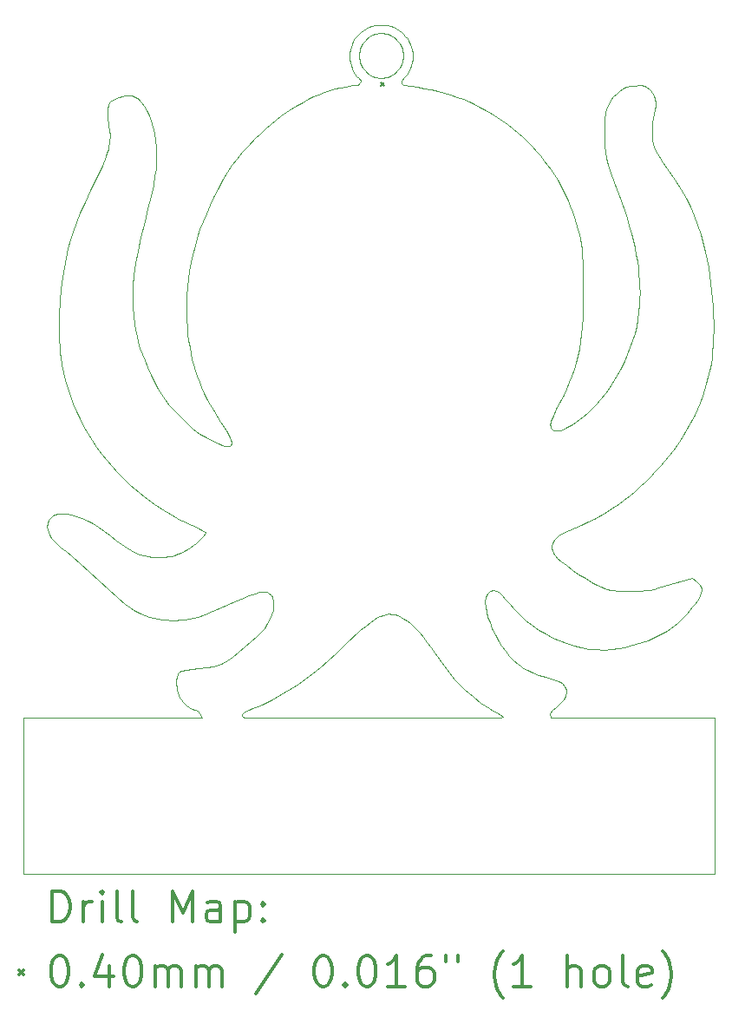
<source format=gbr>
%FSLAX45Y45*%
G04 Gerber Fmt 4.5, Leading zero omitted, Abs format (unit mm)*
G04 Created by KiCad (PCBNEW (5.1.5-0)) date 2019-12-30 00:03:29*
%MOMM*%
%LPD*%
G04 APERTURE LIST*
%TA.AperFunction,Profile*%
%ADD10C,0.100000*%
%TD*%
%ADD11C,0.200000*%
%ADD12C,0.300000*%
G04 APERTURE END LIST*
D10*
X1264898Y-2262234D02*
X1223626Y-2238987D01*
X1223626Y-2238987D02*
X1184695Y-2214783D01*
X1184695Y-2214783D02*
X1106005Y-2162221D01*
X1106005Y-2162221D02*
X1025398Y-2101215D01*
X1025398Y-2101215D02*
X949059Y-2036479D01*
X949059Y-2036479D02*
X913672Y-2003557D01*
X913672Y-2003557D02*
X880770Y-1970716D01*
X880770Y-1970716D02*
X850825Y-1938294D01*
X850825Y-1938294D02*
X824311Y-1906630D01*
X824311Y-1906630D02*
X748123Y-1804128D01*
X748123Y-1804128D02*
X657765Y-1675113D01*
X657765Y-1675113D02*
X619802Y-1620523D01*
X619802Y-1620523D02*
X583092Y-1570424D01*
X583092Y-1570424D02*
X547552Y-1524757D01*
X547552Y-1524757D02*
X513098Y-1483461D01*
X513098Y-1483461D02*
X479648Y-1446474D01*
X479648Y-1446474D02*
X447119Y-1413738D01*
X447119Y-1413738D02*
X415429Y-1385190D01*
X415429Y-1385190D02*
X384494Y-1360771D01*
X384494Y-1360771D02*
X354231Y-1340419D01*
X354231Y-1340419D02*
X324559Y-1324075D01*
X324559Y-1324075D02*
X295394Y-1311678D01*
X295394Y-1311678D02*
X266653Y-1303167D01*
X266653Y-1303167D02*
X238253Y-1298481D01*
X238253Y-1298481D02*
X210113Y-1297561D01*
X210113Y-1297561D02*
X182148Y-1300345D01*
X182148Y-1300345D02*
X154277Y-1306773D01*
X154277Y-1306773D02*
X122602Y-1317345D01*
X122602Y-1317345D02*
X92328Y-1330813D01*
X92328Y-1330813D02*
X60679Y-1349326D01*
X60679Y-1349326D02*
X24878Y-1375032D01*
X24878Y-1375032D02*
X-17851Y-1410078D01*
X-17851Y-1410078D02*
X-70286Y-1456613D01*
X-70286Y-1456613D02*
X-215378Y-1592741D01*
X-215378Y-1592741D02*
X-304476Y-1676455D01*
X-304476Y-1676455D02*
X-386291Y-1750650D01*
X-386291Y-1750650D02*
X-462427Y-1816598D01*
X-462427Y-1816598D02*
X-534491Y-1875571D01*
X-534491Y-1875571D02*
X-604090Y-1928844D01*
X-604090Y-1928844D02*
X-672830Y-1977688D01*
X-672830Y-1977688D02*
X-742317Y-2023376D01*
X-742317Y-2023376D02*
X-814157Y-2067181D01*
X-814157Y-2067181D02*
X-925124Y-2129613D01*
X-925124Y-2129613D02*
X-976979Y-2156429D01*
X-976979Y-2156429D02*
X-1026719Y-2180397D01*
X-1026719Y-2180397D02*
X-1074570Y-2201580D01*
X-1074570Y-2201580D02*
X-1120761Y-2220041D01*
X-1120761Y-2220041D02*
X-1156328Y-2231396D01*
X-1156328Y-2231396D02*
X-1183853Y-2243305D01*
X-1183853Y-2243305D02*
X-1203690Y-2255425D01*
X-1203690Y-2255425D02*
X-1216192Y-2267410D01*
X-1216192Y-2267410D02*
X-1221712Y-2278915D01*
X-1221712Y-2278915D02*
X-1221962Y-2284380D01*
X-1221962Y-2284380D02*
X-1220601Y-2289595D01*
X-1220601Y-2289595D02*
X-1213217Y-2299105D01*
X-1213217Y-2299105D02*
X-1199911Y-2307101D01*
X-1199911Y-2307101D02*
X-928023Y-2310313D01*
X-928023Y-2310313D02*
X-641120Y-2311303D01*
X-641120Y-2311303D02*
X-32524Y-2309507D01*
X-32524Y-2309507D02*
X605371Y-2307522D01*
X605371Y-2307522D02*
X928896Y-2308272D01*
X928896Y-2308272D02*
X1252055Y-2311153D01*
X1252055Y-2311153D02*
X1287081Y-2310127D01*
X1287081Y-2310127D02*
X1308711Y-2307440D01*
X1308711Y-2307440D02*
X1318867Y-2303196D01*
X1318867Y-2303196D02*
X1320244Y-2300522D01*
X1320244Y-2300522D02*
X1319474Y-2297498D01*
X1319474Y-2297498D02*
X1312457Y-2290450D01*
X1312457Y-2290450D02*
X1299739Y-2282154D01*
X1299739Y-2282154D02*
X1264900Y-2262233D01*
X1264900Y-2262233D02*
X1264898Y-2262234D01*
X3388826Y-3830113D02*
X-3356284Y-3830113D01*
X-3356284Y-3830113D02*
X-3356284Y-2307877D01*
X-3356284Y-2307877D02*
X-1609710Y-2309430D01*
X-1609710Y-2309430D02*
X-1642491Y-2269960D01*
X-1642491Y-2269960D02*
X-1653318Y-2244153D01*
X-1653318Y-2244153D02*
X-1685105Y-2233143D01*
X-1685105Y-2233143D02*
X-1714184Y-2220686D01*
X-1714184Y-2220686D02*
X-1740590Y-2206754D01*
X-1740590Y-2206754D02*
X-1764354Y-2191316D01*
X-1764354Y-2191316D02*
X-1785509Y-2174345D01*
X-1785509Y-2174345D02*
X-1804087Y-2155811D01*
X-1804087Y-2155811D02*
X-1820122Y-2135684D01*
X-1820122Y-2135684D02*
X-1833645Y-2113936D01*
X-1833645Y-2113936D02*
X-1844689Y-2090538D01*
X-1844689Y-2090538D02*
X-1853287Y-2065461D01*
X-1853287Y-2065461D02*
X-1859472Y-2038675D01*
X-1859472Y-2038675D02*
X-1863275Y-2010152D01*
X-1863275Y-2010152D02*
X-1864730Y-1979862D01*
X-1864730Y-1979862D02*
X-1863850Y-1938444D01*
X-1863850Y-1938444D02*
X-1862086Y-1921166D01*
X-1862086Y-1921166D02*
X-1859137Y-1905961D01*
X-1859137Y-1905961D02*
X-1854777Y-1892668D01*
X-1854777Y-1892668D02*
X-1848779Y-1881126D01*
X-1848779Y-1881126D02*
X-1840917Y-1871174D01*
X-1840917Y-1871174D02*
X-1830964Y-1862652D01*
X-1830964Y-1862652D02*
X-1818694Y-1855399D01*
X-1818694Y-1855399D02*
X-1803881Y-1849254D01*
X-1803881Y-1849254D02*
X-1786296Y-1844056D01*
X-1786296Y-1844056D02*
X-1765716Y-1839645D01*
X-1765716Y-1839645D02*
X-1714657Y-1832539D01*
X-1714657Y-1832539D02*
X-1648894Y-1826649D01*
X-1648894Y-1826649D02*
X-1568190Y-1818693D01*
X-1568190Y-1818693D02*
X-1505116Y-1808132D01*
X-1505116Y-1808132D02*
X-1478327Y-1801468D01*
X-1478327Y-1801468D02*
X-1453709Y-1793663D01*
X-1453709Y-1793663D02*
X-1430517Y-1784556D01*
X-1430517Y-1784556D02*
X-1408006Y-1773982D01*
X-1408006Y-1773982D02*
X-1368134Y-1750021D01*
X-1368134Y-1750021D02*
X-1317115Y-1713822D01*
X-1317115Y-1713822D02*
X-1259033Y-1668843D01*
X-1259033Y-1668843D02*
X-1197971Y-1618542D01*
X-1197971Y-1618542D02*
X-1138012Y-1566375D01*
X-1138012Y-1566375D02*
X-1083239Y-1515800D01*
X-1083239Y-1515800D02*
X-1037736Y-1470275D01*
X-1037736Y-1470275D02*
X-1005586Y-1433256D01*
X-1005586Y-1433256D02*
X-975507Y-1389450D01*
X-975507Y-1389450D02*
X-951301Y-1345040D01*
X-951301Y-1345040D02*
X-933155Y-1300926D01*
X-933155Y-1300926D02*
X-921256Y-1258008D01*
X-921256Y-1258008D02*
X-917707Y-1237279D01*
X-917707Y-1237279D02*
X-915790Y-1217187D01*
X-915790Y-1217187D02*
X-915530Y-1197844D01*
X-915530Y-1197844D02*
X-916946Y-1179363D01*
X-916946Y-1179363D02*
X-920064Y-1161856D01*
X-920064Y-1161856D02*
X-924907Y-1145436D01*
X-924907Y-1145436D02*
X-931498Y-1130216D01*
X-931498Y-1130216D02*
X-939861Y-1116307D01*
X-939861Y-1116307D02*
X-948784Y-1105213D01*
X-948784Y-1105213D02*
X-958825Y-1096013D01*
X-958825Y-1096013D02*
X-970165Y-1088739D01*
X-970165Y-1088739D02*
X-982985Y-1083424D01*
X-982985Y-1083424D02*
X-997470Y-1080100D01*
X-997470Y-1080100D02*
X-1013799Y-1078800D01*
X-1013799Y-1078800D02*
X-1032156Y-1079560D01*
X-1032156Y-1079560D02*
X-1052722Y-1082406D01*
X-1052722Y-1082406D02*
X-1101212Y-1094498D01*
X-1101212Y-1094498D02*
X-1160724Y-1115341D01*
X-1160724Y-1115341D02*
X-1232716Y-1145195D01*
X-1232716Y-1145195D02*
X-1318643Y-1184323D01*
X-1318643Y-1184323D02*
X-1413730Y-1227515D01*
X-1413730Y-1227515D02*
X-1508693Y-1268132D01*
X-1508693Y-1268132D02*
X-1592521Y-1301611D01*
X-1592521Y-1301611D02*
X-1654203Y-1323388D01*
X-1654203Y-1323388D02*
X-1696900Y-1335164D01*
X-1696900Y-1335164D02*
X-1740274Y-1344545D01*
X-1740274Y-1344545D02*
X-1784152Y-1351553D01*
X-1784152Y-1351553D02*
X-1828357Y-1356212D01*
X-1828357Y-1356212D02*
X-1872715Y-1358543D01*
X-1872715Y-1358543D02*
X-1917051Y-1358570D01*
X-1917051Y-1358570D02*
X-1961190Y-1356315D01*
X-1961190Y-1356315D02*
X-2004957Y-1351800D01*
X-2004957Y-1351800D02*
X-2048177Y-1345049D01*
X-2048177Y-1345049D02*
X-2090675Y-1336084D01*
X-2090675Y-1336084D02*
X-2132275Y-1324923D01*
X-2132275Y-1324923D02*
X-2172804Y-1311597D01*
X-2172804Y-1311597D02*
X-2212086Y-1296126D01*
X-2212086Y-1296126D02*
X-2249946Y-1278531D01*
X-2249946Y-1278531D02*
X-2286208Y-1258836D01*
X-2286208Y-1258836D02*
X-2320699Y-1237063D01*
X-2320699Y-1237063D02*
X-2369653Y-1199034D01*
X-2369653Y-1199034D02*
X-2442860Y-1136334D01*
X-2442860Y-1136334D02*
X-2530420Y-1057669D01*
X-2530420Y-1057669D02*
X-2622430Y-971744D01*
X-2622430Y-971744D02*
X-2715821Y-884183D01*
X-2715821Y-884183D02*
X-2807138Y-801060D01*
X-2807138Y-801060D02*
X-2885908Y-731762D01*
X-2885908Y-731762D02*
X-2941655Y-685675D01*
X-2941655Y-685675D02*
X-2990091Y-647281D01*
X-2990091Y-647281D02*
X-3029933Y-613018D01*
X-3029933Y-613018D02*
X-3061839Y-582028D01*
X-3061839Y-582028D02*
X-3086466Y-553453D01*
X-3086466Y-553453D02*
X-3104475Y-526434D01*
X-3104475Y-526434D02*
X-3116523Y-500112D01*
X-3116523Y-500112D02*
X-3123269Y-473629D01*
X-3123269Y-473629D02*
X-3125371Y-446125D01*
X-3125371Y-446125D02*
X-3123297Y-414078D01*
X-3123297Y-414078D02*
X-3120434Y-400935D01*
X-3120434Y-400935D02*
X-3116115Y-389187D01*
X-3116115Y-389187D02*
X-3110158Y-378439D01*
X-3110158Y-378439D02*
X-3102385Y-368299D01*
X-3102385Y-368299D02*
X-3080667Y-348261D01*
X-3080667Y-348261D02*
X-3066861Y-338004D01*
X-3066861Y-338004D02*
X-3053963Y-330150D01*
X-3053963Y-330150D02*
X-3040949Y-324522D01*
X-3040949Y-324522D02*
X-3026800Y-320942D01*
X-3026800Y-320942D02*
X-3010495Y-319233D01*
X-3010495Y-319233D02*
X-2991011Y-319218D01*
X-2991011Y-319218D02*
X-2938427Y-323558D01*
X-2938427Y-323558D02*
X-2888629Y-331382D01*
X-2888629Y-331382D02*
X-2838314Y-344170D01*
X-2838314Y-344170D02*
X-2787299Y-362011D01*
X-2787299Y-362011D02*
X-2735401Y-384994D01*
X-2735401Y-384994D02*
X-2682438Y-413210D01*
X-2682438Y-413210D02*
X-2628225Y-446747D01*
X-2628225Y-446747D02*
X-2572581Y-485695D01*
X-2572581Y-485695D02*
X-2515322Y-530143D01*
X-2515322Y-530143D02*
X-2454654Y-578359D01*
X-2454654Y-578359D02*
X-2400818Y-618626D01*
X-2400818Y-618626D02*
X-2352387Y-651737D01*
X-2352387Y-651737D02*
X-2307930Y-678485D01*
X-2307930Y-678485D02*
X-2266020Y-699663D01*
X-2266020Y-699663D02*
X-2225227Y-716064D01*
X-2225227Y-716064D02*
X-2184123Y-728480D01*
X-2184123Y-728480D02*
X-2141280Y-737704D01*
X-2141280Y-737704D02*
X-2107888Y-742696D01*
X-2107888Y-742696D02*
X-2074759Y-745698D01*
X-2074759Y-745698D02*
X-2041903Y-746714D01*
X-2041903Y-746714D02*
X-2009330Y-745744D01*
X-2009330Y-745744D02*
X-1977049Y-742798D01*
X-1977049Y-742798D02*
X-1945071Y-737875D01*
X-1945071Y-737875D02*
X-1913404Y-730978D01*
X-1913404Y-730978D02*
X-1882059Y-722111D01*
X-1882059Y-722111D02*
X-1851046Y-711276D01*
X-1851046Y-711276D02*
X-1820374Y-698477D01*
X-1820374Y-698477D02*
X-1790052Y-683717D01*
X-1790052Y-683717D02*
X-1760091Y-666998D01*
X-1760091Y-666998D02*
X-1730501Y-648324D01*
X-1730501Y-648324D02*
X-1701291Y-627698D01*
X-1701291Y-627698D02*
X-1672470Y-605123D01*
X-1672470Y-605123D02*
X-1644049Y-580601D01*
X-1644049Y-580601D02*
X-1619604Y-557048D01*
X-1619604Y-557048D02*
X-1599616Y-534992D01*
X-1599616Y-534992D02*
X-1586144Y-516904D01*
X-1586144Y-516904D02*
X-1582496Y-510121D01*
X-1582496Y-510121D02*
X-1581250Y-505258D01*
X-1581250Y-505258D02*
X-1583526Y-500648D01*
X-1583526Y-500648D02*
X-1589970Y-494591D01*
X-1589970Y-494591D02*
X-1613566Y-479169D01*
X-1613566Y-479169D02*
X-1648435Y-461057D01*
X-1648435Y-461057D02*
X-1690978Y-442321D01*
X-1690978Y-442321D02*
X-1738321Y-422080D01*
X-1738321Y-422080D02*
X-1786482Y-399539D01*
X-1786482Y-399539D02*
X-1835275Y-374830D01*
X-1835275Y-374830D02*
X-1884509Y-348086D01*
X-1884509Y-348086D02*
X-1983548Y-289021D01*
X-1983548Y-289021D02*
X-2082089Y-223403D01*
X-2082089Y-223403D02*
X-2178620Y-152290D01*
X-2178620Y-152290D02*
X-2271632Y-76741D01*
X-2271632Y-76741D02*
X-2316346Y-37635D01*
X-2316346Y-37635D02*
X-2359614Y2184D01*
X-2359614Y2184D02*
X-2401246Y42582D01*
X-2401246Y42582D02*
X-2441055Y83428D01*
X-2441055Y83428D02*
X-2495378Y143088D01*
X-2495378Y143088D02*
X-2547379Y204795D01*
X-2547379Y204795D02*
X-2596995Y268422D01*
X-2596995Y268422D02*
X-2644162Y333841D01*
X-2644162Y333841D02*
X-2688818Y400924D01*
X-2688818Y400924D02*
X-2730900Y469544D01*
X-2730900Y469544D02*
X-2770346Y539572D01*
X-2770346Y539572D02*
X-2807092Y610882D01*
X-2807092Y610882D02*
X-2841075Y683345D01*
X-2841075Y683345D02*
X-2872234Y756833D01*
X-2872234Y756833D02*
X-2900504Y831220D01*
X-2900504Y831220D02*
X-2925824Y906377D01*
X-2925824Y906377D02*
X-2948129Y982177D01*
X-2948129Y982177D02*
X-2967359Y1058492D01*
X-2967359Y1058492D02*
X-2983449Y1135195D01*
X-2983449Y1135195D02*
X-2996337Y1212157D01*
X-2996337Y1212157D02*
X-3001001Y1250523D01*
X-3001001Y1250523D02*
X-3004652Y1294309D01*
X-3004652Y1294309D02*
X-3009015Y1395345D01*
X-3009015Y1395345D02*
X-3009635Y1509676D01*
X-3009635Y1509676D02*
X-3006719Y1631715D01*
X-3006719Y1631715D02*
X-3000475Y1755874D01*
X-3000475Y1755874D02*
X-2991111Y1876565D01*
X-2991111Y1876565D02*
X-2978836Y1988200D01*
X-2978836Y1988200D02*
X-2963857Y2085192D01*
X-2963857Y2085192D02*
X-2944978Y2180442D01*
X-2944978Y2180442D02*
X-2924618Y2268225D01*
X-2924618Y2268225D02*
X-2901537Y2352101D01*
X-2901537Y2352101D02*
X-2874496Y2435633D01*
X-2874496Y2435633D02*
X-2842255Y2522380D01*
X-2842255Y2522380D02*
X-2803574Y2615903D01*
X-2803574Y2615903D02*
X-2757214Y2719763D01*
X-2757214Y2719763D02*
X-2701934Y2837521D01*
X-2701934Y2837521D02*
X-2638598Y2971475D01*
X-2638598Y2971475D02*
X-2590228Y3078541D01*
X-2590228Y3078541D02*
X-2555229Y3164522D01*
X-2555229Y3164522D02*
X-2542246Y3201419D01*
X-2542246Y3201419D02*
X-2532006Y3235221D01*
X-2532006Y3235221D02*
X-2524312Y3266653D01*
X-2524312Y3266653D02*
X-2518963Y3296441D01*
X-2518963Y3296441D02*
X-2515760Y3325310D01*
X-2515760Y3325310D02*
X-2514504Y3353985D01*
X-2514504Y3353985D02*
X-2514994Y3383192D01*
X-2514994Y3383192D02*
X-2517034Y3413656D01*
X-2517034Y3413656D02*
X-2524960Y3481256D01*
X-2524960Y3481256D02*
X-2533680Y3553727D01*
X-2533680Y3553727D02*
X-2537096Y3607408D01*
X-2537096Y3607408D02*
X-2535266Y3645613D01*
X-2535266Y3645613D02*
X-2532401Y3659946D01*
X-2532401Y3659946D02*
X-2528246Y3671652D01*
X-2528246Y3671652D02*
X-2516875Y3689592D01*
X-2516875Y3689592D02*
X-2500017Y3706622D01*
X-2500017Y3706622D02*
X-2478618Y3722286D01*
X-2478618Y3722286D02*
X-2453626Y3736125D01*
X-2453626Y3736125D02*
X-2425986Y3747685D01*
X-2425986Y3747685D02*
X-2396645Y3756507D01*
X-2396645Y3756507D02*
X-2366550Y3762136D01*
X-2366550Y3762136D02*
X-2336648Y3764113D01*
X-2336648Y3764113D02*
X-2318832Y3762963D01*
X-2318832Y3762963D02*
X-2301397Y3759562D01*
X-2301397Y3759562D02*
X-2284369Y3753984D01*
X-2284369Y3753984D02*
X-2267771Y3746301D01*
X-2267771Y3746301D02*
X-2251628Y3736588D01*
X-2251628Y3736588D02*
X-2235963Y3724919D01*
X-2235963Y3724919D02*
X-2220801Y3711366D01*
X-2220801Y3711366D02*
X-2206167Y3696003D01*
X-2206167Y3696003D02*
X-2178578Y3660142D01*
X-2178578Y3660142D02*
X-2153389Y3617924D01*
X-2153389Y3617924D02*
X-2130796Y3569938D01*
X-2130796Y3569938D02*
X-2110992Y3516772D01*
X-2110992Y3516772D02*
X-2094172Y3459014D01*
X-2094172Y3459014D02*
X-2080529Y3397253D01*
X-2080529Y3397253D02*
X-2070259Y3332077D01*
X-2070259Y3332077D02*
X-2063555Y3264074D01*
X-2063555Y3264074D02*
X-2060612Y3193833D01*
X-2060612Y3193833D02*
X-2061624Y3121942D01*
X-2061624Y3121942D02*
X-2066785Y3048989D01*
X-2066785Y3048989D02*
X-2076289Y2975562D01*
X-2076289Y2975562D02*
X-2091984Y2890690D01*
X-2091984Y2890690D02*
X-2115528Y2779671D01*
X-2115528Y2779671D02*
X-2143736Y2656904D01*
X-2143736Y2656904D02*
X-2173420Y2536786D01*
X-2173420Y2536786D02*
X-2211230Y2383891D01*
X-2211230Y2383891D02*
X-2241409Y2247393D01*
X-2241409Y2247393D02*
X-2264294Y2124390D01*
X-2264294Y2124390D02*
X-2280221Y2011978D01*
X-2280221Y2011978D02*
X-2289529Y1907255D01*
X-2289529Y1907255D02*
X-2291806Y1856870D01*
X-2291806Y1856870D02*
X-2292556Y1807319D01*
X-2292556Y1807319D02*
X-2289636Y1709266D01*
X-2289636Y1709266D02*
X-2281109Y1610194D01*
X-2281109Y1610194D02*
X-2272340Y1539415D01*
X-2272340Y1539415D02*
X-2262306Y1474584D01*
X-2262306Y1474584D02*
X-2250532Y1413896D01*
X-2250532Y1413896D02*
X-2236541Y1355549D01*
X-2236541Y1355549D02*
X-2219856Y1297736D01*
X-2219856Y1297736D02*
X-2200001Y1238656D01*
X-2200001Y1238656D02*
X-2176499Y1176503D01*
X-2176499Y1176503D02*
X-2148875Y1109475D01*
X-2148875Y1109475D02*
X-2114577Y1031682D01*
X-2114577Y1031682D02*
X-2081702Y963603D01*
X-2081702Y963603D02*
X-2048654Y902853D01*
X-2048654Y902853D02*
X-2013834Y847044D01*
X-2013834Y847044D02*
X-1975645Y793789D01*
X-1975645Y793789D02*
X-1932490Y740704D01*
X-1932490Y740704D02*
X-1882771Y685401D01*
X-1882771Y685401D02*
X-1824891Y625493D01*
X-1824891Y625493D02*
X-1741908Y544738D01*
X-1741908Y544738D02*
X-1706747Y513471D01*
X-1706747Y513471D02*
X-1673766Y486712D01*
X-1673766Y486712D02*
X-1641437Y463286D01*
X-1641437Y463286D02*
X-1608230Y442016D01*
X-1608230Y442016D02*
X-1572616Y421728D01*
X-1572616Y421728D02*
X-1533065Y401247D01*
X-1533065Y401247D02*
X-1453116Y364059D01*
X-1453116Y364059D02*
X-1420629Y351358D01*
X-1420629Y351358D02*
X-1393081Y342679D01*
X-1393081Y342679D02*
X-1370433Y338089D01*
X-1370433Y338089D02*
X-1352647Y337659D01*
X-1352647Y337659D02*
X-1339683Y341456D01*
X-1339683Y341456D02*
X-1334997Y344962D01*
X-1334997Y344962D02*
X-1331502Y349551D01*
X-1331502Y349551D02*
X-1328066Y362011D01*
X-1328066Y362011D02*
X-1329336Y378906D01*
X-1329336Y378906D02*
X-1335272Y400305D01*
X-1335272Y400305D02*
X-1345835Y426277D01*
X-1345835Y426277D02*
X-1360988Y456891D01*
X-1360988Y456891D02*
X-1380689Y492215D01*
X-1380689Y492215D02*
X-1433586Y577271D01*
X-1433586Y577271D02*
X-1471709Y637000D01*
X-1471709Y637000D02*
X-1506916Y694884D01*
X-1506916Y694884D02*
X-1539327Y751264D01*
X-1539327Y751264D02*
X-1569063Y806481D01*
X-1569063Y806481D02*
X-1596244Y860876D01*
X-1596244Y860876D02*
X-1620991Y914788D01*
X-1620991Y914788D02*
X-1643425Y968559D01*
X-1643425Y968559D02*
X-1663666Y1022530D01*
X-1663666Y1022530D02*
X-1681834Y1077040D01*
X-1681834Y1077040D02*
X-1698051Y1132430D01*
X-1698051Y1132430D02*
X-1712437Y1189042D01*
X-1712437Y1189042D02*
X-1725113Y1247215D01*
X-1725113Y1247215D02*
X-1736199Y1307290D01*
X-1736199Y1307290D02*
X-1745816Y1369608D01*
X-1745816Y1369608D02*
X-1754084Y1434509D01*
X-1754084Y1434509D02*
X-1761124Y1502334D01*
X-1761124Y1502334D02*
X-1766818Y1579742D01*
X-1766818Y1579742D02*
X-1769533Y1657663D01*
X-1769533Y1657663D02*
X-1769283Y1736045D01*
X-1769283Y1736045D02*
X-1766074Y1814835D01*
X-1766074Y1814835D02*
X-1759919Y1893980D01*
X-1759919Y1893980D02*
X-1750829Y1973428D01*
X-1750829Y1973428D02*
X-1738815Y2053125D01*
X-1738815Y2053125D02*
X-1723888Y2133018D01*
X-1723888Y2133018D02*
X-1706058Y2213056D01*
X-1706058Y2213056D02*
X-1685336Y2293184D01*
X-1685336Y2293184D02*
X-1661733Y2373350D01*
X-1661733Y2373350D02*
X-1635260Y2453502D01*
X-1635260Y2453502D02*
X-1605928Y2533586D01*
X-1605928Y2533586D02*
X-1573748Y2613550D01*
X-1573748Y2613550D02*
X-1538729Y2693341D01*
X-1538729Y2693341D02*
X-1500884Y2772906D01*
X-1500884Y2772906D02*
X-1454415Y2864455D01*
X-1454415Y2864455D02*
X-1410738Y2944561D01*
X-1410738Y2944561D02*
X-1367845Y3016042D01*
X-1367845Y3016042D02*
X-1323727Y3081715D01*
X-1323727Y3081715D02*
X-1276376Y3144399D01*
X-1276376Y3144399D02*
X-1223784Y3206913D01*
X-1223784Y3206913D02*
X-1163943Y3272073D01*
X-1163943Y3272073D02*
X-1094844Y3342698D01*
X-1094844Y3342698D02*
X-1044744Y3391412D01*
X-1044744Y3391412D02*
X-994297Y3437841D01*
X-994297Y3437841D02*
X-943530Y3481969D01*
X-943530Y3481969D02*
X-892469Y3523780D01*
X-892469Y3523780D02*
X-841142Y3563259D01*
X-841142Y3563259D02*
X-789574Y3600389D01*
X-789574Y3600389D02*
X-737792Y3635155D01*
X-737792Y3635155D02*
X-685824Y3667540D01*
X-685824Y3667540D02*
X-633695Y3697528D01*
X-633695Y3697528D02*
X-581433Y3725104D01*
X-581433Y3725104D02*
X-529065Y3750251D01*
X-529065Y3750251D02*
X-476616Y3772954D01*
X-476616Y3772954D02*
X-424113Y3793196D01*
X-424113Y3793196D02*
X-371584Y3810961D01*
X-371584Y3810961D02*
X-319055Y3826234D01*
X-319055Y3826234D02*
X-266553Y3838999D01*
X-266553Y3838999D02*
X-210945Y3849961D01*
X-210945Y3849961D02*
X-153231Y3858970D01*
X-153231Y3858970D02*
X-93636Y3866038D01*
X-93636Y3866038D02*
X-79685Y3876552D01*
X-79685Y3876552D02*
X-70812Y3885979D01*
X-70812Y3885979D02*
X-66304Y3894502D01*
X-66304Y3894502D02*
X-65444Y3902305D01*
X-65444Y3902305D02*
X-67526Y3909571D01*
X-67526Y3909571D02*
X-71833Y3916484D01*
X-71833Y3916484D02*
X-84268Y3929987D01*
X-84268Y3929987D02*
X-104136Y3951672D01*
X-104136Y3951672D02*
X-121858Y3975178D01*
X-121858Y3975178D02*
X-137278Y4000354D01*
X-137278Y4000354D02*
X-150241Y4027046D01*
X-150241Y4027046D02*
X-160593Y4055101D01*
X-160593Y4055101D02*
X-168179Y4084364D01*
X-168179Y4084364D02*
X-172844Y4114682D01*
X-172844Y4114682D02*
X-174433Y4145902D01*
X-174433Y4145902D02*
X-172844Y4177122D01*
X-172844Y4177122D02*
X-168179Y4207441D01*
X-168179Y4207441D02*
X-160593Y4236704D01*
X-160593Y4236704D02*
X-150241Y4264758D01*
X-150241Y4264758D02*
X-137278Y4291450D01*
X-137278Y4291450D02*
X-121858Y4316626D01*
X-121858Y4316626D02*
X-104136Y4340133D01*
X-104136Y4340133D02*
X-84268Y4361817D01*
X-84268Y4361817D02*
X-62406Y4381525D01*
X-62406Y4381525D02*
X-38708Y4399103D01*
X-38708Y4399103D02*
X-13326Y4414398D01*
X-13326Y4414398D02*
X13584Y4427256D01*
X13584Y4427256D02*
X41868Y4437524D01*
X41868Y4437524D02*
X71370Y4445048D01*
X71370Y4445048D02*
X101936Y4449675D01*
X101936Y4449675D02*
X133411Y4451252D01*
X133411Y4451252D02*
X164886Y4449675D01*
X164886Y4449675D02*
X195452Y4445048D01*
X195452Y4445048D02*
X224954Y4437524D01*
X224954Y4437524D02*
X253238Y4427256D01*
X253238Y4427256D02*
X280148Y4414398D01*
X280148Y4414398D02*
X305530Y4399103D01*
X305530Y4399103D02*
X329229Y4381525D01*
X329229Y4381525D02*
X351090Y4361817D01*
X351090Y4361817D02*
X370958Y4340133D01*
X370958Y4340133D02*
X388680Y4316626D01*
X388680Y4316626D02*
X404100Y4291450D01*
X404100Y4291450D02*
X417063Y4264758D01*
X417063Y4264758D02*
X427415Y4236704D01*
X427415Y4236704D02*
X435001Y4207441D01*
X435001Y4207441D02*
X439666Y4177122D01*
X439666Y4177122D02*
X441255Y4145902D01*
X441255Y4145902D02*
X439666Y4114682D01*
X439666Y4114682D02*
X435001Y4084364D01*
X435001Y4084364D02*
X427415Y4055101D01*
X427415Y4055101D02*
X417063Y4027046D01*
X417063Y4027046D02*
X404100Y4000355D01*
X404100Y4000355D02*
X388680Y3975178D01*
X388680Y3975178D02*
X370958Y3951672D01*
X370958Y3951672D02*
X351090Y3929988D01*
X351090Y3929988D02*
X341841Y3914462D01*
X341841Y3914462D02*
X336626Y3901018D01*
X336626Y3901018D02*
X334858Y3889621D01*
X334858Y3889621D02*
X335950Y3880237D01*
X335950Y3880237D02*
X339316Y3872830D01*
X339316Y3872830D02*
X344370Y3867366D01*
X344370Y3867366D02*
X350525Y3863811D01*
X350525Y3863811D02*
X357194Y3862130D01*
X357194Y3862130D02*
X423692Y3854086D01*
X423692Y3854086D02*
X490035Y3844206D01*
X490035Y3844206D02*
X555997Y3832500D01*
X555997Y3832500D02*
X621352Y3818982D01*
X621352Y3818982D02*
X685873Y3803663D01*
X685873Y3803663D02*
X749335Y3786554D01*
X749335Y3786554D02*
X811620Y3767667D01*
X811620Y3767667D02*
X872548Y3747060D01*
X872548Y3747060D02*
X932167Y3724702D01*
X932167Y3724702D02*
X990526Y3700563D01*
X990526Y3700563D02*
X1047674Y3674613D01*
X1047674Y3674613D02*
X1103659Y3646823D01*
X1103659Y3646823D02*
X1158532Y3617163D01*
X1158532Y3617163D02*
X1212340Y3585603D01*
X1212340Y3585603D02*
X1265132Y3552113D01*
X1265132Y3552113D02*
X1316957Y3516664D01*
X1316957Y3516664D02*
X1367865Y3479224D01*
X1367865Y3479224D02*
X1417904Y3439766D01*
X1417904Y3439766D02*
X1467123Y3398258D01*
X1467123Y3398258D02*
X1515571Y3354671D01*
X1515571Y3354671D02*
X1563296Y3308976D01*
X1563296Y3308976D02*
X1610348Y3261142D01*
X1610348Y3261142D02*
X1649815Y3218512D01*
X1649815Y3218512D02*
X1687703Y3174893D01*
X1687703Y3174893D02*
X1724013Y3130282D01*
X1724013Y3130282D02*
X1758746Y3084679D01*
X1758746Y3084679D02*
X1791904Y3038079D01*
X1791904Y3038079D02*
X1823489Y2990482D01*
X1823489Y2990482D02*
X1853500Y2941884D01*
X1853500Y2941884D02*
X1881940Y2892284D01*
X1881940Y2892284D02*
X1908809Y2841680D01*
X1908809Y2841680D02*
X1934109Y2790069D01*
X1934109Y2790069D02*
X1957841Y2737449D01*
X1957841Y2737449D02*
X1980007Y2683817D01*
X1980007Y2683817D02*
X2000607Y2629173D01*
X2000607Y2629173D02*
X2019642Y2573513D01*
X2019642Y2573513D02*
X2037115Y2516835D01*
X2037115Y2516835D02*
X2053025Y2459137D01*
X2053025Y2459137D02*
X2065847Y2407676D01*
X2065847Y2407676D02*
X2076076Y2360387D01*
X2076076Y2360387D02*
X2084098Y2313471D01*
X2084098Y2313471D02*
X2090299Y2263131D01*
X2090299Y2263131D02*
X2095065Y2205569D01*
X2095065Y2205569D02*
X2098782Y2136986D01*
X2098782Y2136986D02*
X2104613Y1951569D01*
X2104613Y1951569D02*
X2106247Y1853904D01*
X2106247Y1853904D02*
X2106163Y1761396D01*
X2106163Y1761396D02*
X2104282Y1673636D01*
X2104282Y1673636D02*
X2100526Y1590209D01*
X2100526Y1590209D02*
X2094816Y1510705D01*
X2094816Y1510705D02*
X2087073Y1434711D01*
X2087073Y1434711D02*
X2077219Y1361816D01*
X2077219Y1361816D02*
X2065175Y1291606D01*
X2065175Y1291606D02*
X2050863Y1223671D01*
X2050863Y1223671D02*
X2034203Y1157598D01*
X2034203Y1157598D02*
X2015118Y1092974D01*
X2015118Y1092974D02*
X1993529Y1029389D01*
X1993529Y1029389D02*
X1969356Y966429D01*
X1969356Y966429D02*
X1942522Y903684D01*
X1942522Y903684D02*
X1912948Y840740D01*
X1912948Y840740D02*
X1880556Y777185D01*
X1880556Y777185D02*
X1843044Y703068D01*
X1843044Y703068D02*
X1812325Y636372D01*
X1812325Y636372D02*
X1791568Y584404D01*
X1791568Y584404D02*
X1785917Y566228D01*
X1785917Y566228D02*
X1783945Y554473D01*
X1783945Y554473D02*
X1786214Y533351D01*
X1786214Y533351D02*
X1792829Y516718D01*
X1792829Y516718D02*
X1803502Y504470D01*
X1803502Y504470D02*
X1817946Y496505D01*
X1817946Y496505D02*
X1835874Y492719D01*
X1835874Y492719D02*
X1856998Y493009D01*
X1856998Y493009D02*
X1881031Y497270D01*
X1881031Y497270D02*
X1907685Y505400D01*
X1907685Y505400D02*
X1936674Y517295D01*
X1936674Y517295D02*
X1967709Y532852D01*
X1967709Y532852D02*
X2000504Y551967D01*
X2000504Y551967D02*
X2034771Y574537D01*
X2034771Y574537D02*
X2070223Y600458D01*
X2070223Y600458D02*
X2106572Y629627D01*
X2106572Y629627D02*
X2143532Y661942D01*
X2143532Y661942D02*
X2180813Y697297D01*
X2180813Y697297D02*
X2229313Y747665D01*
X2229313Y747665D02*
X2275874Y801073D01*
X2275874Y801073D02*
X2320370Y857250D01*
X2320370Y857250D02*
X2362676Y915926D01*
X2362676Y915926D02*
X2402667Y976834D01*
X2402667Y976834D02*
X2440217Y1039702D01*
X2440217Y1039702D02*
X2475203Y1104261D01*
X2475203Y1104261D02*
X2507499Y1170242D01*
X2507499Y1170242D02*
X2536979Y1237376D01*
X2536979Y1237376D02*
X2563519Y1305391D01*
X2563519Y1305391D02*
X2586993Y1374020D01*
X2586993Y1374020D02*
X2607276Y1442992D01*
X2607276Y1442992D02*
X2624244Y1512038D01*
X2624244Y1512038D02*
X2637771Y1580888D01*
X2637771Y1580888D02*
X2647732Y1649273D01*
X2647732Y1649273D02*
X2654002Y1716923D01*
X2654002Y1716923D02*
X2656911Y1776395D01*
X2656911Y1776395D02*
X2657871Y1836180D01*
X2657871Y1836180D02*
X2656851Y1896451D01*
X2656851Y1896451D02*
X2653817Y1957376D01*
X2653817Y1957376D02*
X2648737Y2019129D01*
X2648737Y2019129D02*
X2641579Y2081880D01*
X2641579Y2081880D02*
X2632311Y2145800D01*
X2632311Y2145800D02*
X2620899Y2211060D01*
X2620899Y2211060D02*
X2607308Y2277831D01*
X2607308Y2277831D02*
X2591514Y2346285D01*
X2591514Y2346285D02*
X2573479Y2416593D01*
X2573479Y2416593D02*
X2553172Y2488925D01*
X2553172Y2488925D02*
X2530560Y2563454D01*
X2530560Y2563454D02*
X2505611Y2640349D01*
X2505611Y2640349D02*
X2448570Y2801926D01*
X2448570Y2801926D02*
X2407697Y2913791D01*
X2407697Y2913791D02*
X2375848Y3005483D01*
X2375848Y3005483D02*
X2351919Y3081917D01*
X2351919Y3081917D02*
X2334805Y3147996D01*
X2334805Y3147996D02*
X2323402Y3208628D01*
X2323402Y3208628D02*
X2316606Y3268720D01*
X2316606Y3268720D02*
X2313312Y3333179D01*
X2313312Y3333179D02*
X2312412Y3406913D01*
X2312412Y3406913D02*
X2313546Y3509538D01*
X2313546Y3509538D02*
X2315541Y3546435D01*
X2315541Y3546435D02*
X2318927Y3576610D01*
X2318927Y3576610D02*
X2324034Y3602229D01*
X2324034Y3602229D02*
X2331191Y3625457D01*
X2331191Y3625457D02*
X2340727Y3648460D01*
X2340727Y3648460D02*
X2352971Y3673404D01*
X2352971Y3673404D02*
X2376743Y3714925D01*
X2376743Y3714925D02*
X2402566Y3750959D01*
X2402566Y3750959D02*
X2430592Y3781617D01*
X2430592Y3781617D02*
X2460977Y3807010D01*
X2460977Y3807010D02*
X2493874Y3827249D01*
X2493874Y3827249D02*
X2529438Y3842445D01*
X2529438Y3842445D02*
X2567821Y3852709D01*
X2567821Y3852709D02*
X2609179Y3858152D01*
X2609179Y3858152D02*
X2657442Y3860092D01*
X2657442Y3860092D02*
X2676221Y3859268D01*
X2676221Y3859268D02*
X2692351Y3857069D01*
X2692351Y3857069D02*
X2706524Y3853360D01*
X2706524Y3853360D02*
X2719430Y3848007D01*
X2719430Y3848007D02*
X2731759Y3840874D01*
X2731759Y3840874D02*
X2744202Y3831827D01*
X2744202Y3831827D02*
X2766264Y3811048D01*
X2766264Y3811048D02*
X2784093Y3786991D01*
X2784093Y3786991D02*
X2797643Y3759857D01*
X2797643Y3759857D02*
X2806870Y3729845D01*
X2806870Y3729845D02*
X2811730Y3697153D01*
X2811730Y3697153D02*
X2812180Y3661983D01*
X2812180Y3661983D02*
X2808170Y3624532D01*
X2808170Y3624532D02*
X2799657Y3585001D01*
X2799657Y3585001D02*
X2790087Y3542821D01*
X2790087Y3542821D02*
X2783184Y3498914D01*
X2783184Y3498914D02*
X2778953Y3454332D01*
X2778953Y3454332D02*
X2777399Y3410127D01*
X2777399Y3410127D02*
X2778527Y3367350D01*
X2778527Y3367350D02*
X2782343Y3327052D01*
X2782343Y3327052D02*
X2788851Y3290285D01*
X2788851Y3290285D02*
X2798057Y3258100D01*
X2798057Y3258100D02*
X2814653Y3223134D01*
X2814653Y3223134D02*
X2844265Y3171521D01*
X2844265Y3171521D02*
X2882701Y3110216D01*
X2882701Y3110216D02*
X2925771Y3046172D01*
X2925771Y3046172D02*
X2996934Y2941681D01*
X2996934Y2941681D02*
X3057262Y2847194D01*
X3057262Y2847194D02*
X3108341Y2759395D01*
X3108341Y2759395D02*
X3151756Y2674971D01*
X3151756Y2674971D02*
X3189093Y2590606D01*
X3189093Y2590606D02*
X3221938Y2502986D01*
X3221938Y2502986D02*
X3251876Y2408798D01*
X3251876Y2408798D02*
X3280494Y2304725D01*
X3280494Y2304725D02*
X3297333Y2235255D01*
X3297333Y2235255D02*
X3312674Y2163079D01*
X3312674Y2163079D02*
X3326485Y2088689D01*
X3326485Y2088689D02*
X3338735Y2012573D01*
X3338735Y2012573D02*
X3349395Y1935223D01*
X3349395Y1935223D02*
X3358434Y1857128D01*
X3358434Y1857128D02*
X3365821Y1778777D01*
X3365821Y1778777D02*
X3371525Y1700662D01*
X3371525Y1700662D02*
X3375516Y1623271D01*
X3375516Y1623271D02*
X3377764Y1547096D01*
X3377764Y1547096D02*
X3378234Y1472625D01*
X3378234Y1472625D02*
X3376904Y1400349D01*
X3376904Y1400349D02*
X3373738Y1330757D01*
X3373738Y1330757D02*
X3368707Y1264340D01*
X3368707Y1264340D02*
X3361780Y1201588D01*
X3361780Y1201588D02*
X3352926Y1142990D01*
X3352926Y1142990D02*
X3340607Y1079325D01*
X3340607Y1079325D02*
X3325935Y1015978D01*
X3325935Y1015978D02*
X3308956Y953007D01*
X3308956Y953007D02*
X3289717Y890468D01*
X3289717Y890468D02*
X3268266Y828416D01*
X3268266Y828416D02*
X3244648Y766909D01*
X3244648Y766909D02*
X3218912Y706003D01*
X3218912Y706003D02*
X3191102Y645753D01*
X3191102Y645753D02*
X3161267Y586217D01*
X3161267Y586217D02*
X3129452Y527449D01*
X3129452Y527449D02*
X3095706Y469508D01*
X3095706Y469508D02*
X3060074Y412448D01*
X3060074Y412448D02*
X3022603Y356327D01*
X3022603Y356327D02*
X2983340Y301201D01*
X2983340Y301201D02*
X2942331Y247125D01*
X2942331Y247125D02*
X2899625Y194156D01*
X2899625Y194156D02*
X2855267Y142351D01*
X2855267Y142351D02*
X2809303Y91765D01*
X2809303Y91765D02*
X2761782Y42456D01*
X2761782Y42456D02*
X2712749Y-5522D01*
X2712749Y-5522D02*
X2662252Y-52111D01*
X2662252Y-52111D02*
X2610336Y-97255D01*
X2610336Y-97255D02*
X2557050Y-140898D01*
X2557050Y-140898D02*
X2502439Y-182984D01*
X2502439Y-182984D02*
X2446551Y-223456D01*
X2446551Y-223456D02*
X2389432Y-262259D01*
X2389432Y-262259D02*
X2331129Y-299335D01*
X2331129Y-299335D02*
X2271689Y-334628D01*
X2271689Y-334628D02*
X2211158Y-368083D01*
X2211158Y-368083D02*
X2149584Y-399643D01*
X2149584Y-399643D02*
X2087012Y-429252D01*
X2087012Y-429252D02*
X2023491Y-456852D01*
X2023491Y-456852D02*
X1964985Y-482787D01*
X1964985Y-482787D02*
X1911003Y-509652D01*
X1911003Y-509652D02*
X1867545Y-534276D01*
X1867545Y-534276D02*
X1840611Y-553489D01*
X1840611Y-553489D02*
X1824873Y-570941D01*
X1824873Y-570941D02*
X1813059Y-590226D01*
X1813059Y-590226D02*
X1805206Y-610917D01*
X1805206Y-610917D02*
X1801348Y-632585D01*
X1801348Y-632585D02*
X1801518Y-654804D01*
X1801518Y-654804D02*
X1805760Y-677146D01*
X1805760Y-677146D02*
X1814106Y-699184D01*
X1814106Y-699184D02*
X1826592Y-720490D01*
X1826592Y-720490D02*
X1836788Y-733101D01*
X1836788Y-733101D02*
X1851121Y-747936D01*
X1851121Y-747936D02*
X1890433Y-783024D01*
X1890433Y-783024D02*
X1940997Y-823245D01*
X1940997Y-823245D02*
X1999285Y-866093D01*
X1999285Y-866093D02*
X2061769Y-909059D01*
X2061769Y-909059D02*
X2124919Y-949638D01*
X2124919Y-949638D02*
X2185207Y-985320D01*
X2185207Y-985320D02*
X2239103Y-1013600D01*
X2239103Y-1013600D02*
X2279147Y-1032531D01*
X2279147Y-1032531D02*
X2312120Y-1046853D01*
X2312120Y-1046853D02*
X2341499Y-1057202D01*
X2341499Y-1057202D02*
X2370757Y-1064215D01*
X2370757Y-1064215D02*
X2403371Y-1068527D01*
X2403371Y-1068527D02*
X2442815Y-1070775D01*
X2442815Y-1070775D02*
X2556095Y-1071625D01*
X2556095Y-1071625D02*
X2667701Y-1069678D01*
X2667701Y-1069678D02*
X2711978Y-1066633D01*
X2711978Y-1066633D02*
X2753296Y-1061469D01*
X2753296Y-1061469D02*
X2795199Y-1053632D01*
X2795199Y-1053632D02*
X2841230Y-1042569D01*
X2841230Y-1042569D02*
X2959852Y-1008551D01*
X2959852Y-1008551D02*
X3168536Y-945903D01*
X3168536Y-945903D02*
X3211820Y-978096D01*
X3211820Y-978096D02*
X3229034Y-993339D01*
X3229034Y-993339D02*
X3243908Y-1011046D01*
X3243908Y-1011046D02*
X3254852Y-1029019D01*
X3254852Y-1029019D02*
X3260276Y-1045061D01*
X3260276Y-1045061D02*
X3260396Y-1064384D01*
X3260396Y-1064384D02*
X3255744Y-1086710D01*
X3255744Y-1086710D02*
X3246670Y-1111625D01*
X3246670Y-1111625D02*
X3233526Y-1138716D01*
X3233526Y-1138716D02*
X3216666Y-1167568D01*
X3216666Y-1167568D02*
X3196444Y-1197766D01*
X3196444Y-1197766D02*
X3173213Y-1228896D01*
X3173213Y-1228896D02*
X3147326Y-1260545D01*
X3147326Y-1260545D02*
X3119136Y-1292297D01*
X3119136Y-1292297D02*
X3088998Y-1323739D01*
X3088998Y-1323739D02*
X3057264Y-1354455D01*
X3057264Y-1354455D02*
X3024288Y-1384032D01*
X3024288Y-1384032D02*
X2990423Y-1412056D01*
X2990423Y-1412056D02*
X2956022Y-1438111D01*
X2956022Y-1438111D02*
X2921440Y-1461785D01*
X2921440Y-1461785D02*
X2887028Y-1482661D01*
X2887028Y-1482661D02*
X2840469Y-1507244D01*
X2840469Y-1507244D02*
X2789797Y-1530805D01*
X2789797Y-1530805D02*
X2735932Y-1553027D01*
X2735932Y-1553027D02*
X2679792Y-1573593D01*
X2679792Y-1573593D02*
X2622298Y-1592187D01*
X2622298Y-1592187D02*
X2564367Y-1608492D01*
X2564367Y-1608492D02*
X2506919Y-1622191D01*
X2506919Y-1622191D02*
X2450872Y-1632969D01*
X2450872Y-1632969D02*
X2379309Y-1642058D01*
X2379309Y-1642058D02*
X2306908Y-1645634D01*
X2306908Y-1645634D02*
X2233979Y-1643826D01*
X2233979Y-1643826D02*
X2160835Y-1636762D01*
X2160835Y-1636762D02*
X2087784Y-1624572D01*
X2087784Y-1624572D02*
X2015139Y-1607384D01*
X2015139Y-1607384D02*
X1943211Y-1585328D01*
X1943211Y-1585328D02*
X1872309Y-1558532D01*
X1872309Y-1558532D02*
X1802746Y-1527124D01*
X1802746Y-1527124D02*
X1734833Y-1491235D01*
X1734833Y-1491235D02*
X1668879Y-1450992D01*
X1668879Y-1450992D02*
X1605196Y-1406524D01*
X1605196Y-1406524D02*
X1544095Y-1357961D01*
X1544095Y-1357961D02*
X1485887Y-1305431D01*
X1485887Y-1305431D02*
X1430882Y-1249063D01*
X1430882Y-1249063D02*
X1379392Y-1188985D01*
X1379392Y-1188985D02*
X1345089Y-1148040D01*
X1345089Y-1148040D02*
X1314629Y-1115845D01*
X1314629Y-1115845D02*
X1287435Y-1092114D01*
X1287435Y-1092114D02*
X1262927Y-1076560D01*
X1262927Y-1076560D02*
X1251499Y-1071760D01*
X1251499Y-1071760D02*
X1240525Y-1068897D01*
X1240525Y-1068897D02*
X1229933Y-1067937D01*
X1229933Y-1067937D02*
X1219650Y-1068837D01*
X1219650Y-1068837D02*
X1209605Y-1071569D01*
X1209605Y-1071569D02*
X1199724Y-1076095D01*
X1199724Y-1076095D02*
X1180166Y-1090383D01*
X1180166Y-1090383D02*
X1170535Y-1101033D01*
X1170535Y-1101033D02*
X1162772Y-1113740D01*
X1162772Y-1113740D02*
X1156820Y-1128377D01*
X1156820Y-1128377D02*
X1152621Y-1144815D01*
X1152621Y-1144815D02*
X1150116Y-1162928D01*
X1150116Y-1162928D02*
X1149246Y-1182588D01*
X1149246Y-1182588D02*
X1152189Y-1226039D01*
X1152189Y-1226039D02*
X1160983Y-1274148D01*
X1160983Y-1274148D02*
X1175166Y-1325895D01*
X1175166Y-1325895D02*
X1194273Y-1380260D01*
X1194273Y-1380260D02*
X1217841Y-1436223D01*
X1217841Y-1436223D02*
X1245407Y-1492765D01*
X1245407Y-1492765D02*
X1276506Y-1548865D01*
X1276506Y-1548865D02*
X1310676Y-1603504D01*
X1310676Y-1603504D02*
X1347453Y-1655661D01*
X1347453Y-1655661D02*
X1386372Y-1704316D01*
X1386372Y-1704316D02*
X1426972Y-1748450D01*
X1426972Y-1748450D02*
X1468787Y-1787043D01*
X1468787Y-1787043D02*
X1490006Y-1803942D01*
X1490006Y-1803942D02*
X1511355Y-1819074D01*
X1511355Y-1819074D02*
X1533165Y-1832565D01*
X1533165Y-1832565D02*
X1557422Y-1845740D01*
X1557422Y-1845740D02*
X1612364Y-1870767D01*
X1612364Y-1870767D02*
X1674353Y-1893411D01*
X1674353Y-1893411D02*
X1741563Y-1912928D01*
X1741563Y-1912928D02*
X1813172Y-1932864D01*
X1813172Y-1932864D02*
X1840360Y-1942049D01*
X1840360Y-1942049D02*
X1862738Y-1951134D01*
X1862738Y-1951134D02*
X1881004Y-1960436D01*
X1881004Y-1960436D02*
X1895861Y-1970272D01*
X1895861Y-1970272D02*
X1908007Y-1980959D01*
X1908007Y-1980959D02*
X1918144Y-1992814D01*
X1918144Y-1992814D02*
X1927574Y-2007492D01*
X1927574Y-2007492D02*
X1934304Y-2022512D01*
X1934304Y-2022512D02*
X1938437Y-2037810D01*
X1938437Y-2037810D02*
X1940077Y-2053323D01*
X1940077Y-2053323D02*
X1939327Y-2068986D01*
X1939327Y-2068986D02*
X1936293Y-2084735D01*
X1936293Y-2084735D02*
X1931078Y-2100507D01*
X1931078Y-2100507D02*
X1923786Y-2116237D01*
X1923786Y-2116237D02*
X1914520Y-2131861D01*
X1914520Y-2131861D02*
X1903384Y-2147316D01*
X1903384Y-2147316D02*
X1875918Y-2177460D01*
X1875918Y-2177460D02*
X1842219Y-2206158D01*
X1842219Y-2206158D02*
X1803116Y-2232897D01*
X1803116Y-2232897D02*
X1779398Y-2265898D01*
X1779398Y-2265898D02*
X1789085Y-2311963D01*
X1789085Y-2311963D02*
X3389708Y-2308758D01*
X3389708Y-2308758D02*
X3388828Y-3830113D01*
X3388828Y-3830113D02*
X3388826Y-3830113D01*
X348895Y4150820D02*
X347844Y4129265D01*
X347844Y4129265D02*
X344730Y4108075D01*
X344730Y4108075D02*
X339611Y4087393D01*
X339611Y4087393D02*
X332546Y4067362D01*
X332546Y4067362D02*
X323592Y4048125D01*
X323592Y4048125D02*
X312809Y4029825D01*
X312809Y4029825D02*
X300255Y4012606D01*
X300255Y4012606D02*
X285987Y3996609D01*
X285987Y3996609D02*
X270233Y3982122D01*
X270233Y3982122D02*
X253275Y3969374D01*
X253275Y3969374D02*
X235253Y3958425D01*
X235253Y3958425D02*
X216308Y3949334D01*
X216308Y3949334D02*
X196580Y3942160D01*
X196580Y3942160D02*
X176212Y3936962D01*
X176212Y3936962D02*
X155343Y3933800D01*
X155343Y3933800D02*
X134115Y3932733D01*
X134115Y3932733D02*
X112155Y3933859D01*
X112155Y3933859D02*
X90829Y3937164D01*
X90829Y3937164D02*
X70246Y3942538D01*
X70246Y3942538D02*
X50513Y3949871D01*
X50513Y3949871D02*
X31738Y3959055D01*
X31738Y3959055D02*
X14029Y3969979D01*
X14029Y3969979D02*
X-2505Y3982533D01*
X-2505Y3982533D02*
X-17758Y3996609D01*
X-17758Y3996609D02*
X-31620Y4012096D01*
X-31620Y4012096D02*
X-43984Y4028885D01*
X-43984Y4028885D02*
X-54742Y4046867D01*
X-54742Y4046867D02*
X-63787Y4065931D01*
X-63787Y4065931D02*
X-71009Y4085968D01*
X-71009Y4085968D02*
X-76302Y4106868D01*
X-76302Y4106868D02*
X-79556Y4128522D01*
X-79556Y4128522D02*
X-80665Y4150820D01*
X-80665Y4150820D02*
X-79556Y4173118D01*
X-79556Y4173118D02*
X-76302Y4194772D01*
X-76302Y4194772D02*
X-71009Y4215673D01*
X-71009Y4215673D02*
X-63787Y4235710D01*
X-63787Y4235710D02*
X-54742Y4254774D01*
X-54742Y4254774D02*
X-43984Y4272755D01*
X-43984Y4272755D02*
X-31620Y4289544D01*
X-31620Y4289544D02*
X-17758Y4305031D01*
X-17758Y4305031D02*
X-2505Y4319107D01*
X-2505Y4319107D02*
X14029Y4331662D01*
X14029Y4331662D02*
X31738Y4342586D01*
X31738Y4342586D02*
X50513Y4351769D01*
X50513Y4351769D02*
X70246Y4359103D01*
X70246Y4359103D02*
X90829Y4364477D01*
X90829Y4364477D02*
X112155Y4367782D01*
X112155Y4367782D02*
X134115Y4368908D01*
X134115Y4368908D02*
X155343Y4367840D01*
X155343Y4367840D02*
X176212Y4364678D01*
X176212Y4364678D02*
X196580Y4359481D01*
X196580Y4359481D02*
X216308Y4352307D01*
X216308Y4352307D02*
X235253Y4343216D01*
X235253Y4343216D02*
X253275Y4332266D01*
X253275Y4332266D02*
X270233Y4319519D01*
X270233Y4319519D02*
X285987Y4305031D01*
X285987Y4305031D02*
X300255Y4289035D01*
X300255Y4289035D02*
X312809Y4271815D01*
X312809Y4271815D02*
X323592Y4253516D01*
X323592Y4253516D02*
X332546Y4234279D01*
X332546Y4234279D02*
X339611Y4214248D01*
X339611Y4214248D02*
X344730Y4193566D01*
X344730Y4193566D02*
X347844Y4172375D01*
X347844Y4172375D02*
X348895Y4150820D01*
X348895Y4150820D02*
X348895Y4150820D01*
X348895Y4150820D02*
X348895Y4150820D01*
D11*
X127320Y3890960D02*
X167320Y3850960D01*
X167320Y3890960D02*
X127320Y3850960D01*
D12*
X-3074856Y-4300827D02*
X-3074856Y-4000827D01*
X-3003427Y-4000827D01*
X-2960570Y-4015113D01*
X-2931999Y-4043685D01*
X-2917713Y-4072256D01*
X-2903427Y-4129399D01*
X-2903427Y-4172256D01*
X-2917713Y-4229399D01*
X-2931999Y-4257970D01*
X-2960570Y-4286542D01*
X-3003427Y-4300827D01*
X-3074856Y-4300827D01*
X-2774856Y-4300827D02*
X-2774856Y-4100827D01*
X-2774856Y-4157970D02*
X-2760570Y-4129399D01*
X-2746285Y-4115113D01*
X-2717713Y-4100827D01*
X-2689142Y-4100827D01*
X-2589142Y-4300827D02*
X-2589142Y-4100827D01*
X-2589142Y-4000827D02*
X-2603427Y-4015113D01*
X-2589142Y-4029399D01*
X-2574856Y-4015113D01*
X-2589142Y-4000827D01*
X-2589142Y-4029399D01*
X-2403427Y-4300827D02*
X-2431999Y-4286542D01*
X-2446285Y-4257970D01*
X-2446285Y-4000827D01*
X-2246285Y-4300827D02*
X-2274856Y-4286542D01*
X-2289142Y-4257970D01*
X-2289142Y-4000827D01*
X-1903427Y-4300827D02*
X-1903427Y-4000827D01*
X-1803427Y-4215113D01*
X-1703427Y-4000827D01*
X-1703427Y-4300827D01*
X-1431999Y-4300827D02*
X-1431999Y-4143685D01*
X-1446284Y-4115113D01*
X-1474856Y-4100827D01*
X-1531999Y-4100827D01*
X-1560570Y-4115113D01*
X-1431999Y-4286542D02*
X-1460570Y-4300827D01*
X-1531999Y-4300827D01*
X-1560570Y-4286542D01*
X-1574856Y-4257970D01*
X-1574856Y-4229399D01*
X-1560570Y-4200827D01*
X-1531999Y-4186542D01*
X-1460570Y-4186542D01*
X-1431999Y-4172256D01*
X-1289142Y-4100827D02*
X-1289142Y-4400827D01*
X-1289142Y-4115113D02*
X-1260570Y-4100827D01*
X-1203427Y-4100827D01*
X-1174856Y-4115113D01*
X-1160570Y-4129399D01*
X-1146285Y-4157970D01*
X-1146285Y-4243685D01*
X-1160570Y-4272256D01*
X-1174856Y-4286542D01*
X-1203427Y-4300827D01*
X-1260570Y-4300827D01*
X-1289142Y-4286542D01*
X-1017713Y-4272256D02*
X-1003427Y-4286542D01*
X-1017713Y-4300827D01*
X-1031999Y-4286542D01*
X-1017713Y-4272256D01*
X-1017713Y-4300827D01*
X-1017713Y-4115113D02*
X-1003427Y-4129399D01*
X-1017713Y-4143685D01*
X-1031999Y-4129399D01*
X-1017713Y-4115113D01*
X-1017713Y-4143685D01*
X-3401284Y-4775113D02*
X-3361284Y-4815113D01*
X-3361284Y-4775113D02*
X-3401284Y-4815113D01*
X-3017713Y-4630827D02*
X-2989142Y-4630827D01*
X-2960570Y-4645113D01*
X-2946284Y-4659399D01*
X-2931999Y-4687970D01*
X-2917713Y-4745113D01*
X-2917713Y-4816542D01*
X-2931999Y-4873685D01*
X-2946284Y-4902256D01*
X-2960570Y-4916542D01*
X-2989142Y-4930827D01*
X-3017713Y-4930827D01*
X-3046284Y-4916542D01*
X-3060570Y-4902256D01*
X-3074856Y-4873685D01*
X-3089142Y-4816542D01*
X-3089142Y-4745113D01*
X-3074856Y-4687970D01*
X-3060570Y-4659399D01*
X-3046284Y-4645113D01*
X-3017713Y-4630827D01*
X-2789142Y-4902256D02*
X-2774856Y-4916542D01*
X-2789142Y-4930827D01*
X-2803427Y-4916542D01*
X-2789142Y-4902256D01*
X-2789142Y-4930827D01*
X-2517713Y-4730827D02*
X-2517713Y-4930827D01*
X-2589142Y-4616542D02*
X-2660570Y-4830827D01*
X-2474856Y-4830827D01*
X-2303427Y-4630827D02*
X-2274856Y-4630827D01*
X-2246285Y-4645113D01*
X-2231999Y-4659399D01*
X-2217713Y-4687970D01*
X-2203427Y-4745113D01*
X-2203427Y-4816542D01*
X-2217713Y-4873685D01*
X-2231999Y-4902256D01*
X-2246285Y-4916542D01*
X-2274856Y-4930827D01*
X-2303427Y-4930827D01*
X-2331999Y-4916542D01*
X-2346285Y-4902256D01*
X-2360570Y-4873685D01*
X-2374856Y-4816542D01*
X-2374856Y-4745113D01*
X-2360570Y-4687970D01*
X-2346285Y-4659399D01*
X-2331999Y-4645113D01*
X-2303427Y-4630827D01*
X-2074856Y-4930827D02*
X-2074856Y-4730827D01*
X-2074856Y-4759399D02*
X-2060570Y-4745113D01*
X-2031999Y-4730827D01*
X-1989142Y-4730827D01*
X-1960570Y-4745113D01*
X-1946284Y-4773685D01*
X-1946284Y-4930827D01*
X-1946284Y-4773685D02*
X-1931999Y-4745113D01*
X-1903427Y-4730827D01*
X-1860570Y-4730827D01*
X-1831999Y-4745113D01*
X-1817713Y-4773685D01*
X-1817713Y-4930827D01*
X-1674856Y-4930827D02*
X-1674856Y-4730827D01*
X-1674856Y-4759399D02*
X-1660570Y-4745113D01*
X-1631999Y-4730827D01*
X-1589142Y-4730827D01*
X-1560570Y-4745113D01*
X-1546284Y-4773685D01*
X-1546284Y-4930827D01*
X-1546284Y-4773685D02*
X-1531999Y-4745113D01*
X-1503427Y-4730827D01*
X-1460570Y-4730827D01*
X-1431999Y-4745113D01*
X-1417713Y-4773685D01*
X-1417713Y-4930827D01*
X-831999Y-4616542D02*
X-1089142Y-5002256D01*
X-446284Y-4630827D02*
X-417713Y-4630827D01*
X-389142Y-4645113D01*
X-374856Y-4659399D01*
X-360570Y-4687970D01*
X-346285Y-4745113D01*
X-346285Y-4816542D01*
X-360570Y-4873685D01*
X-374856Y-4902256D01*
X-389142Y-4916542D01*
X-417713Y-4930827D01*
X-446284Y-4930827D01*
X-474856Y-4916542D01*
X-489142Y-4902256D01*
X-503427Y-4873685D01*
X-517713Y-4816542D01*
X-517713Y-4745113D01*
X-503427Y-4687970D01*
X-489142Y-4659399D01*
X-474856Y-4645113D01*
X-446284Y-4630827D01*
X-217713Y-4902256D02*
X-203427Y-4916542D01*
X-217713Y-4930827D01*
X-231999Y-4916542D01*
X-217713Y-4902256D01*
X-217713Y-4930827D01*
X-17713Y-4630827D02*
X10858Y-4630827D01*
X39430Y-4645113D01*
X53715Y-4659399D01*
X68001Y-4687970D01*
X82287Y-4745113D01*
X82287Y-4816542D01*
X68001Y-4873685D01*
X53715Y-4902256D01*
X39430Y-4916542D01*
X10858Y-4930827D01*
X-17713Y-4930827D01*
X-46284Y-4916542D01*
X-60570Y-4902256D01*
X-74856Y-4873685D01*
X-89142Y-4816542D01*
X-89142Y-4745113D01*
X-74856Y-4687970D01*
X-60570Y-4659399D01*
X-46284Y-4645113D01*
X-17713Y-4630827D01*
X368001Y-4930827D02*
X196573Y-4930827D01*
X282287Y-4930827D02*
X282287Y-4630827D01*
X253715Y-4673685D01*
X225144Y-4702256D01*
X196573Y-4716542D01*
X625144Y-4630827D02*
X568001Y-4630827D01*
X539430Y-4645113D01*
X525144Y-4659399D01*
X496573Y-4702256D01*
X482287Y-4759399D01*
X482287Y-4873685D01*
X496573Y-4902256D01*
X510858Y-4916542D01*
X539430Y-4930827D01*
X596573Y-4930827D01*
X625144Y-4916542D01*
X639430Y-4902256D01*
X653715Y-4873685D01*
X653715Y-4802256D01*
X639430Y-4773685D01*
X625144Y-4759399D01*
X596573Y-4745113D01*
X539430Y-4745113D01*
X510858Y-4759399D01*
X496573Y-4773685D01*
X482287Y-4802256D01*
X768001Y-4630827D02*
X768001Y-4687970D01*
X882287Y-4630827D02*
X882287Y-4687970D01*
X1325144Y-5045113D02*
X1310858Y-5030827D01*
X1282287Y-4987970D01*
X1268001Y-4959399D01*
X1253715Y-4916542D01*
X1239430Y-4845113D01*
X1239430Y-4787970D01*
X1253715Y-4716542D01*
X1268001Y-4673685D01*
X1282287Y-4645113D01*
X1310858Y-4602256D01*
X1325144Y-4587970D01*
X1596573Y-4930827D02*
X1425144Y-4930827D01*
X1510858Y-4930827D02*
X1510858Y-4630827D01*
X1482287Y-4673685D01*
X1453715Y-4702256D01*
X1425144Y-4716542D01*
X1953715Y-4930827D02*
X1953715Y-4630827D01*
X2082287Y-4930827D02*
X2082287Y-4773685D01*
X2068001Y-4745113D01*
X2039430Y-4730827D01*
X1996573Y-4730827D01*
X1968001Y-4745113D01*
X1953715Y-4759399D01*
X2268001Y-4930827D02*
X2239430Y-4916542D01*
X2225144Y-4902256D01*
X2210858Y-4873685D01*
X2210858Y-4787970D01*
X2225144Y-4759399D01*
X2239430Y-4745113D01*
X2268001Y-4730827D01*
X2310858Y-4730827D01*
X2339430Y-4745113D01*
X2353715Y-4759399D01*
X2368001Y-4787970D01*
X2368001Y-4873685D01*
X2353715Y-4902256D01*
X2339430Y-4916542D01*
X2310858Y-4930827D01*
X2268001Y-4930827D01*
X2539430Y-4930827D02*
X2510858Y-4916542D01*
X2496573Y-4887970D01*
X2496573Y-4630827D01*
X2768001Y-4916542D02*
X2739430Y-4930827D01*
X2682287Y-4930827D01*
X2653716Y-4916542D01*
X2639430Y-4887970D01*
X2639430Y-4773685D01*
X2653716Y-4745113D01*
X2682287Y-4730827D01*
X2739430Y-4730827D01*
X2768001Y-4745113D01*
X2782287Y-4773685D01*
X2782287Y-4802256D01*
X2639430Y-4830827D01*
X2882287Y-5045113D02*
X2896573Y-5030827D01*
X2925144Y-4987970D01*
X2939430Y-4959399D01*
X2953715Y-4916542D01*
X2968001Y-4845113D01*
X2968001Y-4787970D01*
X2953715Y-4716542D01*
X2939430Y-4673685D01*
X2925144Y-4645113D01*
X2896573Y-4602256D01*
X2882287Y-4587970D01*
M02*

</source>
